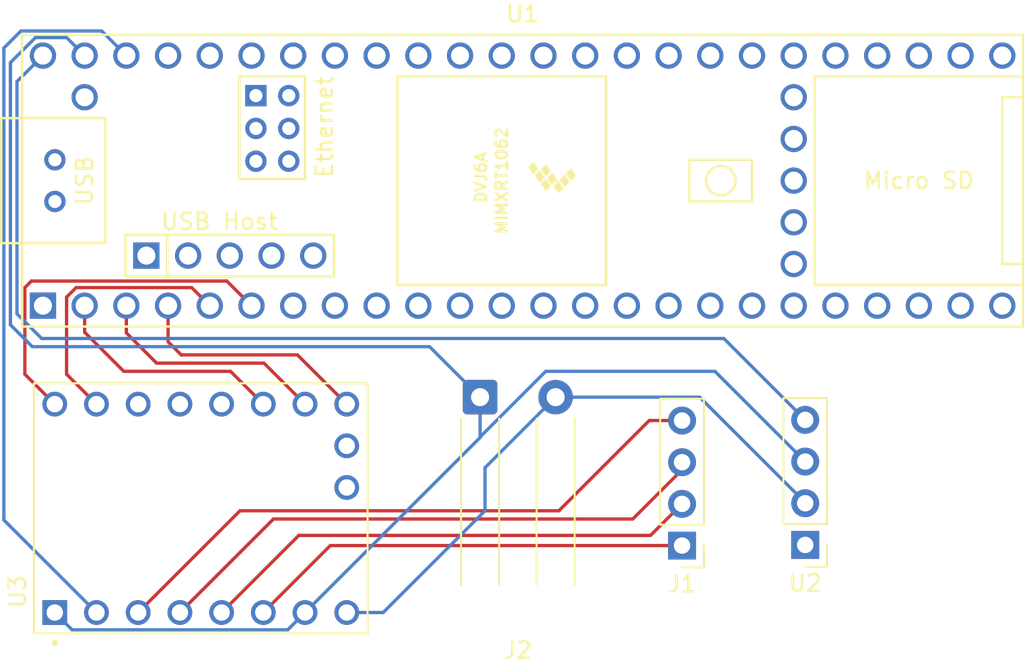
<source format=kicad_pcb>
(kicad_pcb (version 20240108) (generator "pcbnew") (generator_version "8.0")
  (layers (0 "F.Cu" signal) (31 "B.Cu" power) (34 "B.Paste" user) (35 "F.Paste" user) (36 "B.SilkS" user "B.Silkscreen") (37 "F.SilkS" user "F.Silkscreen") (38 "B.Mask" user) (39 "F.Mask" user) (44 "Edge.Cuts" user))
  (net 0 "")
  (net 1 "Net-(J1-Pin_3)")
  (net 11 "Net-(U1-VIN)")
  (net 26 "Net-(U1-3_LRCLK2)")
  (net 43 "Net-(U1-0_RX1_CRX2_CS1)")
  (net 45 "Net-(U1-2_OUT2)")
  (net 48 "Net-(U1-1_TX1_CTX2_MISO1)")
  (net 53 "Net-(U1-4_BCLK2)")
  (net 55 "Net-(U3-VIO)")
  (net 74 "Net-(J2-Pin_2)")
  (net 75 "Net-(J2-Pin_1)")
  (net 76 "Net-(J1-Pin_4)")
  (net 77 "Net-(J1-Pin_1)")
  (net 78 "Net-(J1-Pin_2)")
  (footprint "Connector_Wire:SolderWire-0.5sqmm_1x02_P4.6mm_D0.9mm_OD2.1mm_Relief" (layer "F.Cu") (at 102.7 94.075)
    (property "Reference" "J2" (at 2.3 15.425 0) (layer "F.SilkS"))
    (property "Value" "24V")
    (fp_line (start -1.16 1.31) (end -1.16 11.44) (stroke (width 0.12)) (layer "F.SilkS"))
    (fp_line (start 1.16 1.31) (end 1.16 11.44) (stroke (width 0.12)) (layer "F.SilkS"))
    (fp_line (start 3.44 1.31) (end 3.44 11.44) (stroke (width 0.12)) (layer "F.SilkS"))
    (fp_line (start 5.76 1.31) (end 5.76 11.44) (stroke (width 0.12)) (layer "F.SilkS"))
    (pad "" np_thru_hole circle (at 0 12.6) (size 2 2) (drill 2) (layers "F&B.Cu" "*.Mask"))
    (pad "" np_thru_hole circle (at 4.6 12.6) (size 2 2) (drill 2) (layers "F&B.Cu" "*.Mask"))
    (pad "1" thru_hole roundrect (at 0 0) (size 2.1 2.1) (drill 1.1) (layers "*.Cu" "*.Mask") (roundrect_rratio 0.1190480952) (net 75 "Net-(J2-Pin_1)"))
    (pad "2" thru_hole circle (at 4.6 0) (size 2.1 2.1) (drill 1.1) (layers "*.Cu" "*.Mask") (net 74 "Net-(J2-Pin_2)"))
  )
  (footprint "Connector_PinHeader_2.54mm:PinHeader_1x04_P2.54mm_Vertical" (layer "F.Cu") (at 122.5 103.08 180)
    (property "Reference" "U2" (at 0 -2.33 180) (layer "F.SilkS"))
    (property "Value" "PololuD24V5F5")
    (fp_line (start 1.33 1.27) (end 1.33 8.95) (stroke (width 0.12)) (layer "F.SilkS"))
    (fp_line (start -1.33 8.95) (end 1.33 8.95) (stroke (width 0.12)) (layer "F.SilkS"))
    (fp_line (start -1.33 1.27) (end 1.33 1.27) (stroke (width 0.12)) (layer "F.SilkS"))
    (fp_line (start -1.33 1.27) (end -1.33 8.95) (stroke (width 0.12)) (layer "F.SilkS"))
    (fp_line (start -1.33 0) (end -1.33 -1.33) (stroke (width 0.12)) (layer "F.SilkS"))
    (fp_line (start -1.33 -1.33) (end 0 -1.33) (stroke (width 0.12)) (layer "F.SilkS"))
    (pad "1" thru_hole rect (at 0 0 180) (size 1.7 1.7) (drill 1) (layers "*.Cu" "*.Mask"))
    (pad "2" thru_hole oval (at 0 2.54 180) (size 1.7 1.7) (drill 1) (layers "*.Cu" "*.Mask") (net 74 "Net-(J2-Pin_2)"))
    (pad "3" thru_hole oval (at 0 5.08 180) (size 1.7 1.7) (drill 1) (layers "*.Cu" "*.Mask") (net 75 "Net-(J2-Pin_1)"))
    (pad "4" thru_hole oval (at 0 7.62 180) (size 1.7 1.7) (drill 1) (layers "*.Cu" "*.Mask") (net 11 "Net-(U1-VIN)"))
  )
  (footprint "Connector_PinHeader_2.54mm:PinHeader_1x04_P2.54mm_Vertical" (layer "F.Cu") (at 115 103.12 180)
    (property "Reference" "J1" (at 0 -2.33 180) (layer "F.SilkS"))
    (property "Value" "Output")
    (fp_line (start 1.33 1.27) (end 1.33 8.95) (stroke (width 0.12)) (layer "F.SilkS"))
    (fp_line (start -1.33 8.95) (end 1.33 8.95) (stroke (width 0.12)) (layer "F.SilkS"))
    (fp_line (start -1.33 1.27) (end 1.33 1.27) (stroke (width 0.12)) (layer "F.SilkS"))
    (fp_line (start -1.33 1.27) (end -1.33 8.95) (stroke (width 0.12)) (layer "F.SilkS"))
    (fp_line (start -1.33 0) (end -1.33 -1.33) (stroke (width 0.12)) (layer "F.SilkS"))
    (fp_line (start -1.33 -1.33) (end 0 -1.33) (stroke (width 0.12)) (layer "F.SilkS"))
    (pad "1" thru_hole rect (at 0 0 180) (size 1.7 1.7) (drill 1) (layers "*.Cu" "*.Mask") (net 77 "Net-(J1-Pin_1)"))
    (pad "2" thru_hole oval (at 0 2.54 180) (size 1.7 1.7) (drill 1) (layers "*.Cu" "*.Mask") (net 78 "Net-(J1-Pin_2)"))
    (pad "3" thru_hole oval (at 0 5.08 180) (size 1.7 1.7) (drill 1) (layers "*.Cu" "*.Mask") (net 1 "Net-(J1-Pin_3)"))
    (pad "4" thru_hole oval (at 0 7.62 180) (size 1.7 1.7) (drill 1) (layers "*.Cu" "*.Mask") (net 76 "Net-(J1-Pin_4)"))
  )
  (footprint "Teensy:Teensy41" (layer "F.Cu") (at 105.29 80.88)
    (property "Reference" "U1" (at 0 -10.16 0) (layer "F.SilkS"))
    (property "Value" "Teensy4.1")
    (fp_line (start -31.75 -3.81) (end -30.48 -3.81) (stroke (width 0.15)) (layer "F.SilkS"))
    (fp_line (start -31.75 3.81) (end -31.75 -3.81) (stroke (width 0.15)) (layer "F.SilkS"))
    (fp_line (start -30.48 -8.89) (end 30.48 -8.89) (stroke (width 0.15)) (layer "F.SilkS"))
    (fp_line (start -30.48 3.81) (end -31.75 3.81) (stroke (width 0.15)) (layer "F.SilkS"))
    (fp_line (start -30.48 8.89) (end -30.48 -8.89) (stroke (width 0.15)) (layer "F.SilkS"))
    (fp_line (start -25.4 -3.81) (end -30.48 -3.81) (stroke (width 0.15)) (layer "F.SilkS"))
    (fp_line (start -25.4 3.81) (end -30.48 3.81) (stroke (width 0.15)) (layer "F.SilkS"))
    (fp_line (start -25.4 3.81) (end -25.4 -3.81) (stroke (width 0.15)) (layer "F.SilkS"))
    (fp_line (start -24.1808 3.2992) (end -21.6408 3.2992) (stroke (width 0.15)) (layer "F.SilkS"))
    (fp_line (start -24.1808 3.2992) (end -11.4808 3.2992) (stroke (width 0.15)) (layer "F.SilkS"))
    (fp_line (start -24.1808 5.8392) (end -24.1808 3.2992) (stroke (width 0.15)) (layer "F.SilkS"))
    (fp_line (start -21.6408 3.2992) (end -21.6408 5.8392) (stroke (width 0.15)) (layer "F.SilkS"))
    (fp_line (start -17.25 -6.3516) (end -17.25 -6.1016) (stroke (width 0.15)) (layer "F.SilkS"))
    (fp_line (start -17.25 -6.1016) (end -17.25 -0.1016) (stroke (width 0.15)) (layer "F.SilkS"))
    (fp_line (start -17.25 -0.1016) (end -13.25 -0.1016) (stroke (width 0.15)) (layer "F.SilkS"))
    (fp_line (start -13.25 -6.3516) (end -17.25 -6.3516) (stroke (width 0.15)) (layer "F.SilkS"))
    (fp_line (start -13.25 -0.1016) (end -13.25 -6.3516) (stroke (width 0.15)) (layer "F.SilkS"))
    (fp_line (start -11.4808 3.2992) (end -11.4808 5.8392) (stroke (width 0.15)) (layer "F.SilkS"))
    (fp_line (start -11.4808 5.8392) (end -24.1808 5.8392) (stroke (width 0.15)) (layer "F.SilkS"))
    (fp_line (start -7.62 -6.35) (end -7.62 6.35) (stroke (width 0.15)) (layer "F.SilkS"))
    (fp_line (start -7.62 6.35) (end 5.08 6.35) (stroke (width 0.15)) (layer "F.SilkS"))
    (fp_line (start 5.08 -6.35) (end -7.62 -6.35) (stroke (width 0.15)) (layer "F.SilkS"))
    (fp_line (start 5.08 6.35) (end 5.08 -6.35) (stroke (width 0.15)) (layer "F.SilkS"))
    (fp_line (start 10.16 -1.27) (end 13.97 -1.27) (stroke (width 0.15)) (layer "F.SilkS"))
    (fp_line (start 10.16 1.27) (end 10.16 -1.27) (stroke (width 0.15)) (layer "F.SilkS"))
    (fp_line (start 13.97 -1.27) (end 13.97 1.27) (stroke (width 0.15)) (layer "F.SilkS"))
    (fp_line (start 13.97 1.27) (end 10.16 1.27) (stroke (width 0.15)) (layer "F.SilkS"))
    (fp_line (start 17.78 -6.35) (end 17.78 6.35) (stroke (width 0.15)) (layer "F.SilkS"))
    (fp_line (start 17.78 6.35) (end 30.48 6.35) (stroke (width 0.15)) (layer "F.SilkS"))
    (fp_line (start 29.21 -5.08) (end 29.21 5.08) (stroke (width 0.15)) (layer "F.SilkS"))
    (fp_line (start 29.21 5.08) (end 30.48 5.08) (stroke (width 0.15)) (layer "F.SilkS"))
    (fp_line (start 30.48 -8.89) (end 30.48 8.89) (stroke (width 0.15)) (layer "F.SilkS"))
    (fp_line (start 30.48 -6.35) (end 17.78 -6.35) (stroke (width 0.15)) (layer "F.SilkS"))
    (fp_line (start 30.48 -5.08) (end 29.21 -5.08) (stroke (width 0.15)) (layer "F.SilkS"))
    (fp_line (start 30.48 8.89) (end -30.48 8.89) (stroke (width 0.15)) (layer "F.SilkS"))
    (fp_circle (center 12.065 0) (end 12.7 -0.635) (stroke (width 0.15)) (fill none) (layer "F.SilkS"))
    (fp_poly (pts (xy 0.911 -0.688) (xy 0.657 -0.434) (xy 0.403 -0.815) (xy 0.657 -1.069)) (stroke (width 0.1)) (fill solid) (layer "F.SilkS"))
    (fp_poly (pts (xy 1.292 -0.18) (xy 1.038 0.074) (xy 0.784 -0.307) (xy 1.038 -0.561)) (stroke (width 0.1)) (fill solid) (layer "F.SilkS"))
    (fp_poly (pts (xy 1.673 -0.561) (xy 1.419 -0.307) (xy 1.165 -0.688) (xy 1.419 -0.942)) (stroke (width 0.1)) (fill solid) (layer "F.SilkS"))
    (fp_poly (pts (xy 1.673 0.328) (xy 1.419 0.582) (xy 1.165 0.201) (xy 1.419 -0.053)) (stroke (width 0.1)) (fill solid) (layer "F.SilkS"))
    (fp_poly (pts (xy 2.054 -0.053) (xy 1.8 0.201) (xy 1.546 -0.18) (xy 1.8 -0.434)) (stroke (width 0.1)) (fill solid) (layer "F.SilkS"))
    (fp_poly (pts (xy 2.435 0.455) (xy 2.181 0.709) (xy 1.927 0.328) (xy 2.181 0.074)) (stroke (width 0.1)) (fill solid) (layer "F.SilkS"))
    (fp_poly (pts (xy 2.816 0.074) (xy 2.562 0.328) (xy 2.308 -0.053) (xy 2.562 -0.307)) (stroke (width 0.1)) (fill solid) (layer "F.SilkS"))
    (fp_poly (pts (xy 3.197 -0.307) (xy 2.943 -0.053) (xy 2.689 -0.434) (xy 2.943 -0.688)) (stroke (width 0.1)) (fill solid) (layer "F.SilkS"))
    (fp_text user "Ethernet" (at -12.065 -3.2766 90) (layer "F.SilkS"))
    (fp_text user "Micro SD" (at 24.13 0 0) (layer "F.SilkS"))
    (fp_text user "MIMXRT1062" (at -1.27 0 -90) (layer "F.SilkS") (effects (font (size 0.7 0.7))))
    (fp_text user "DVJ6A" (at -2.54 -0.18 -90) (layer "F.SilkS") (effects (font (size 0.7 0.7))))
    (fp_text user "USB" (at -26.67 0 -90) (layer "F.SilkS"))
    (fp_text user "USB Host" (at -18.4658 2.4892 0) (layer "F.SilkS"))
    (pad "1" thru_hole rect (at -29.21 7.62) (size 1.6 1.6) (drill 1.1) (layers "*.Cu" "*.Mask"))
    (pad "2" thru_hole circle (at -26.67 7.62) (size 1.6 1.6) (drill 1.1) (layers "*.Cu" "*.Mask") (net 43 "Net-(U1-0_RX1_CRX2_CS1)"))
    (pad "3" thru_hole circle (at -24.13 7.62) (size 1.6 1.6) (drill 1.1) (layers "*.Cu" "*.Mask") (net 48 "Net-(U1-1_TX1_CTX2_MISO1)"))
    (pad "4" thru_hole circle (at -21.59 7.62) (size 1.6 1.6) (drill 1.1) (layers "*.Cu" "*.Mask") (net 45 "Net-(U1-2_OUT2)"))
    (pad "5" thru_hole circle (at -19.05 7.62) (size 1.6 1.6) (drill 1.1) (layers "*.Cu" "*.Mask") (net 26 "Net-(U1-3_LRCLK2)"))
    (pad "6" thru_hole circle (at -16.51 7.62) (size 1.6 1.6) (drill 1.1) (layers "*.Cu" "*.Mask") (net 53 "Net-(U1-4_BCLK2)"))
    (pad "7" thru_hole circle (at -13.97 7.62) (size 1.6 1.6) (drill 1.1) (layers "*.Cu" "*.Mask"))
    (pad "8" thru_hole circle (at -11.43 7.62) (size 1.6 1.6) (drill 1.1) (layers "*.Cu" "*.Mask"))
    (pad "9" thru_hole circle (at -8.89 7.62) (size 1.6 1.6) (drill 1.1) (layers "*.Cu" "*.Mask"))
    (pad "10" thru_hole circle (at -6.35 7.62) (size 1.6 1.6) (drill 1.1) (layers "*.Cu" "*.Mask"))
    (pad "11" thru_hole circle (at -3.81 7.62) (size 1.6 1.6) (drill 1.1) (layers "*.Cu" "*.Mask"))
    (pad "12" thru_hole circle (at -1.27 7.62) (size 1.6 1.6) (drill 1.1) (layers "*.Cu" "*.Mask"))
    (pad "13" thru_hole circle (at 1.27 7.62) (size 1.6 1.6) (drill 1.1) (layers "*.Cu" "*.Mask"))
    (pad "14" thru_hole circle (at 3.81 7.62) (size 1.6 1.6) (drill 1.1) (layers "*.Cu" "*.Mask"))
    (pad "15" thru_hole circle (at 6.35 7.62) (size 1.6 1.6) (drill 1.1) (layers "*.Cu" "*.Mask"))
    (pad "16" thru_hole circle (at 8.89 7.62) (size 1.6 1.6) (drill 1.1) (layers "*.Cu" "*.Mask"))
    (pad "17" thru_hole circle (at 11.43 7.62) (size 1.6 1.6) (drill 1.1) (layers "*.Cu" "*.Mask"))
    (pad "18" thru_hole circle (at 13.97 7.62) (size 1.6 1.6) (drill 1.1) (layers "*.Cu" "*.Mask"))
    (pad "19" thru_hole circle (at 16.51 7.62) (size 1.6 1.6) (drill 1.1) (layers "*.Cu" "*.Mask"))
    (pad "20" thru_hole circle (at 19.05 7.62) (size 1.6 1.6) (drill 1.1) (layers "*.Cu" "*.Mask"))
    (pad "21" thru_hole circle (at 21.59 7.62) (size 1.6 1.6) (drill 1.1) (layers "*.Cu" "*.Mask"))
    (pad "22" thru_hole circle (at 24.13 7.62) (size 1.6 1.6) (drill 1.1) (layers "*.Cu" "*.Mask"))
    (pad "23" thru_hole circle (at 26.67 7.62) (size 1.6 1.6) (drill 1.1) (layers "*.Cu" "*.Mask"))
    (pad "24" thru_hole circle (at 29.21 7.62) (size 1.6 1.6) (drill 1.1) (layers "*.Cu" "*.Mask"))
    (pad "25" thru_hole circle (at 29.21 -7.62) (size 1.6 1.6) (drill 1.1) (layers "*.Cu" "*.Mask"))
    (pad "26" thru_hole circle (at 26.67 -7.62) (size 1.6 1.6) (drill 1.1) (layers "*.Cu" "*.Mask"))
    (pad "27" thru_hole circle (at 24.13 -7.62) (size 1.6 1.6) (drill 1.1) (layers "*.Cu" "*.Mask"))
    (pad "28" thru_hole circle (at 21.59 -7.62) (size 1.6 1.6) (drill 1.1) (layers "*.Cu" "*.Mask"))
    (pad "29" thru_hole circle (at 19.05 -7.62) (size 1.6 1.6) (drill 1.1) (layers "*.Cu" "*.Mask"))
    (pad "30" thru_hole circle (at 16.51 -7.62) (size 1.6 1.6) (drill 1.1) (layers "*.Cu" "*.Mask"))
    (pad "31" thru_hole circle (at 13.97 -7.62) (size 1.6 1.6) (drill 1.1) (layers "*.Cu" "*.Mask"))
    (pad "32" thru_hole circle (at 11.43 -7.62) (size 1.6 1.6) (drill 1.1) (layers "*.Cu" "*.Mask"))
    (pad "33" thru_hole circle (at 8.89 -7.62) (size 1.6 1.6) (drill 1.1) (layers "*.Cu" "*.Mask"))
    (pad "34" thru_hole circle (at 6.35 -7.62) (size 1.6 1.6) (drill 1.1) (layers "*.Cu" "*.Mask"))
    (pad "35" thru_hole circle (at 3.81 -7.62) (size 1.6 1.6) (drill 1.1) (layers "*.Cu" "*.Mask"))
    (pad "36" thru_hole circle (at 1.27 -7.62) (size 1.6 1.6) (drill 1.1) (layers "*.Cu" "*.Mask"))
    (pad "37" thru_hole circle (at -1.27 -7.62) (size 1.6 1.6) (drill 1.1) (layers "*.Cu" "*.Mask"))
    (pad "38" thru_hole circle (at -3.81 -7.62) (size 1.6 1.6) (drill 1.1) (layers "*.Cu" "*.Mask"))
    (pad "39" thru_hole circle (at -6.35 -7.62) (size 1.6 1.6) (drill 1.1) (layers "*.Cu" "*.Mask"))
    (pad "40" thru_hole circle (at -8.89 -7.62) (size 1.6 1.6) (drill 1.1) (layers "*.Cu" "*.Mask"))
    (pad "41" thru_hole circle (at -11.43 -7.62) (size 1.6 1.6) (drill 1.1) (layers "*.Cu" "*.Mask"))
    (pad "42" thru_hole circle (at -13.97 -7.62) (size 1.6 1.6) (drill 1.1) (layers "*.Cu" "*.Mask"))
    (pad "43" thru_hole circle (at -16.51 -7.62) (size 1.6 1.6) (drill 1.1) (layers "*.Cu" "*.Mask"))
    (pad "44" thru_hole circle (at -19.05 -7.62) (size 1.6 1.6) (drill 1.1) (layers "*.Cu" "*.Mask"))
    (pad "45" thru_hole circle (at -21.59 -7.62) (size 1.6 1.6) (drill 1.1) (layers "*.Cu" "*.Mask"))
    (pad "46" thru_hole circle (at -24.13 -7.62) (size 1.6 1.6) (drill 1.1) (layers "*.Cu" "*.Mask") (net 55 "Net-(U3-VIO)"))
    (pad "47" thru_hole circle (at -26.67 -7.62) (size 1.6 1.6) (drill 1.1) (layers "*.Cu" "*.Mask") (net 75 "Net-(J2-Pin_1)"))
    (pad "48" thru_hole circle (at -29.21 -7.62) (size 1.6 1.6) (drill 1.1) (layers "*.Cu" "*.Mask") (net 11 "Net-(U1-VIN)"))
    (pad "49" thru_hole circle (at -26.67 -5.08) (size 1.6 1.6) (drill 1.1) (layers "*.Cu" "*.Mask"))
    (pad "50" thru_hole circle (at 16.51 5.08) (size 1.6 1.6) (drill 1.1) (layers "*.Cu" "*.Mask"))
    (pad "51" thru_hole circle (at 16.51 2.54) (size 1.6 1.6) (drill 1.1) (layers "*.Cu" "*.Mask"))
    (pad "52" thru_hole circle (at 16.51 0) (size 1.6 1.6) (drill 1.1) (layers "*.Cu" "*.Mask"))
    (pad "53" thru_hole circle (at 16.51 -2.54) (size 1.6 1.6) (drill 1.1) (layers "*.Cu" "*.Mask"))
    (pad "54" thru_hole circle (at 16.51 -5.08) (size 1.6 1.6) (drill 1.1) (layers "*.Cu" "*.Mask"))
    (pad "55" thru_hole rect (at -22.9108 4.5692) (size 1.6 1.6) (drill 1.1) (layers "*.Cu" "*.Mask"))
    (pad "56" thru_hole circle (at -20.3708 4.5692) (size 1.6 1.6) (drill 1.1) (layers "*.Cu" "*.Mask"))
    (pad "57" thru_hole circle (at -17.8308 4.5692) (size 1.6 1.6) (drill 1.1) (layers "*.Cu" "*.Mask"))
    (pad "58" thru_hole circle (at -15.2908 4.5692) (size 1.6 1.6) (drill 1.1) (layers "*.Cu" "*.Mask"))
    (pad "59" thru_hole circle (at -12.7508 4.5692) (size 1.6 1.6) (drill 1.1) (layers "*.Cu" "*.Mask"))
    (pad "60" thru_hole rect (at -16.24 -5.1816) (size 1.3 1.3) (drill 0.8) (layers "*.Cu" "*.Mask"))
    (pad "61" thru_hole circle (at -16.24 -3.1816) (size 1.3 1.3) (drill 0.8) (layers "*.Cu" "*.Mask"))
    (pad "62" thru_hole circle (at -16.24 -1.1816) (size 1.3 1.3) (drill 0.8) (layers "*.Cu" "*.Mask"))
    (pad "63" thru_hole circle (at -14.24 -1.1816) (size 1.3 1.3) (drill 0.8) (layers "*.Cu" "*.Mask"))
    (pad "64" thru_hole circle (at -14.24 -3.1816) (size 1.3 1.3) (drill 0.8) (layers "*.Cu" "*.Mask"))
    (pad "65" thru_hole circle (at -14.24 -5.1816) (size 1.3 1.3) (drill 0.8) (layers "*.Cu" "*.Mask"))
    (pad "66" thru_hole circle (at -28.48 -1.27) (size 1.3 1.3) (drill 0.8) (layers "*.Cu" "*.Mask"))
    (pad "67" thru_hole circle (at -28.48 1.27) (size 1.3 1.3) (drill 0.8) (layers "*.Cu" "*.Mask"))
  )
  (footprint "Bigtreetech_TMC2209:MODULE_TMC2209_SILENTSTEPSTICK" (layer "F.Cu") (at 85.69 100.85 90)
    (property "Reference" "U3" (at -5.075 -11.155 -90) (layer "F.SilkS"))
    (property "Value" "TMC2209_SILENTSTEPSTICK")
    (fp_line (start 7.62 -10.16) (end 7.62 10.16) (stroke (width 0.127)) (layer "F.SilkS"))
    (fp_line (start -7.62 -10.16) (end 7.62 -10.16) (stroke (width 0.127)) (layer "F.SilkS"))
    (fp_line (start 7.62 10.16) (end -7.62 10.16) (stroke (width 0.127)) (layer "F.SilkS"))
    (fp_line (start -7.62 10.16) (end -7.62 -10.16) (stroke (width 0.127)) (layer "F.SilkS"))
    (fp_circle (center -8.2 -8.89) (end -8.1 -8.89) (stroke (width 0.2)) (fill none) (layer "F.SilkS"))
    (pad "1" thru_hole rect (at -6.35 -8.89 90) (size 1.508 1.508) (drill 1) (layers "*.Cu" "*.Mask") (net 75 "Net-(J2-Pin_1)"))
    (pad "2" thru_hole circle (at -6.35 -6.35 90) (size 1.508 1.508) (drill 1) (layers "*.Cu" "*.Mask") (net 55 "Net-(U3-VIO)"))
    (pad "3" thru_hole circle (at -6.35 -3.81 90) (size 1.508 1.508) (drill 1) (layers "*.Cu" "*.Mask") (net 76 "Net-(J1-Pin_4)"))
    (pad "4" thru_hole circle (at -6.35 -1.27 90) (size 1.508 1.508) (drill 1) (layers "*.Cu" "*.Mask") (net 1 "Net-(J1-Pin_3)"))
    (pad "5" thru_hole circle (at -6.35 1.27 90) (size 1.508 1.508) (drill 1) (layers "*.Cu" "*.Mask") (net 78 "Net-(J1-Pin_2)"))
    (pad "6" thru_hole circle (at -6.35 3.81 90) (size 1.508 1.508) (drill 1) (layers "*.Cu" "*.Mask") (net 77 "Net-(J1-Pin_1)"))
    (pad "7" thru_hole circle (at -6.35 6.35 90) (size 1.508 1.508) (drill 1) (layers "*.Cu" "*.Mask") (net 75 "Net-(J2-Pin_1)"))
    (pad "8" thru_hole circle (at -6.35 8.89 90) (size 1.508 1.508) (drill 1) (layers "*.Cu" "*.Mask") (net 74 "Net-(J2-Pin_2)"))
    (pad "9" thru_hole circle (at 6.35 -8.89 90) (size 1.508 1.508) (drill 1) (layers "*.Cu" "*.Mask") (net 53 "Net-(U1-4_BCLK2)"))
    (pad "10" thru_hole circle (at 6.35 -6.35 90) (size 1.508 1.508) (drill 1) (layers "*.Cu" "*.Mask") (net 26 "Net-(U1-3_LRCLK2)"))
    (pad "11" thru_hole circle (at 6.35 -3.81 90) (size 1.508 1.508) (drill 1) (layers "*.Cu" "*.Mask"))
    (pad "12" thru_hole circle (at 6.35 -1.27 90) (size 1.508 1.508) (drill 1) (layers "*.Cu" "*.Mask"))
    (pad "13" thru_hole circle (at 6.35 1.27 90) (size 1.508 1.508) (drill 1) (layers "*.Cu" "*.Mask"))
    (pad "14" thru_hole circle (at 6.35 3.81 90) (size 1.508 1.508) (drill 1) (layers "*.Cu" "*.Mask") (net 43 "Net-(U1-0_RX1_CRX2_CS1)"))
    (pad "15" thru_hole circle (at 6.35 6.35 90) (size 1.508 1.508) (drill 1) (layers "*.Cu" "*.Mask") (net 48 "Net-(U1-1_TX1_CTX2_MISO1)"))
    (pad "16" thru_hole circle (at 6.35 8.89 90) (size 1.508 1.508) (drill 1) (layers "*.Cu" "*.Mask") (net 45 "Net-(U1-2_OUT2)"))
    (pad "17" thru_hole circle (at 1.27 8.89 90) (size 1.508 1.508) (drill 1) (layers "*.Cu" "*.Mask"))
    (pad "18" thru_hole circle (at 3.81 8.89 90) (size 1.508 1.508) (drill 1) (layers "*.Cu" "*.Mask"))
  )
  (segment (start 112 101.5) (end 90.12 101.5) (width 0.2) (layer "F.Cu") (net 1))
  (segment (start 115 98.5) (end 112 101.5) (width 0.2) (layer "F.Cu") (net 1))
  (segment (start 90.12 101.5) (end 84.42 107.2) (width 0.2) (layer "F.Cu") (net 1))
  (segment (start 115 98.04) (end 115 98.5) (width 0.2) (layer "F.Cu") (net 1))
  (segment (start 74.5 89) (end 76 90.5) (width 0.2) (layer "B.Cu") (net 11))
  (segment (start 117.54 90.5) (end 122.5 95.46) (width 0.2) (layer "B.Cu") (net 11))
  (segment (start 76.08 73.26) (end 74.5 74.84) (width 0.2) (layer "B.Cu") (net 11))
  (segment (start 76 90.5) (end 117.54 90.5) (width 0.2) (layer "B.Cu") (net 11))
  (segment (start 74.5 74.84) (end 74.5 89) (width 0.2) (layer "B.Cu") (net 11))
  (segment (start 85.14 87.4) (end 86.24 88.5) (width 0.2) (layer "F.Cu") (net 26))
  (segment (start 77.52 92.68) (end 77.52 87.98) (width 0.2) (layer "F.Cu") (net 26))
  (segment (start 77.52 87.98) (end 78.1 87.4) (width 0.2) (layer "F.Cu") (net 26))
  (segment (start 79.34 94.5) (end 77.52 92.68) (width 0.2) (layer "F.Cu") (net 26))
  (segment (start 78.1 87.4) (end 85.14 87.4) (width 0.2) (layer "F.Cu") (net 26))
  (segment (start 78.62 88.5) (end 78.62 90.12) (width 0.2) (layer "F.Cu") (net 43))
  (segment (start 87.5 92.5) (end 89.5 94.5) (width 0.2) (layer "F.Cu") (net 43))
  (segment (start 78.62 90.12) (end 81 92.5) (width 0.2) (layer "F.Cu") (net 43))
  (segment (start 81 92.5) (end 87.5 92.5) (width 0.2) (layer "F.Cu") (net 43))
  (segment (start 84.5 91.5) (end 91.58 91.5) (width 0.2) (layer "F.Cu") (net 45))
  (segment (start 83.7 88.5) (end 83.7 90.7) (width 0.2) (layer "F.Cu") (net 45))
  (segment (start 91.58 91.5) (end 94.58 94.5) (width 0.2) (layer "F.Cu") (net 45))
  (segment (start 83.7 90.7) (end 84.5 91.5) (width 0.2) (layer "F.Cu") (net 45))
  (segment (start 89.54 92) (end 92.04 94.5) (width 0.2) (layer "F.Cu") (net 48))
  (segment (start 81.16 88.5) (end 81.16 90.16) (width 0.2) (layer "F.Cu") (net 48))
  (segment (start 83 92) (end 89.54 92) (width 0.2) (layer "F.Cu") (net 48))
  (segment (start 81.16 90.16) (end 83 92) (width 0.2) (layer "F.Cu") (net 48))
  (segment (start 87.28 87) (end 88.78 88.5) (width 0.2) (layer "F.Cu") (net 53))
  (segment (start 74.98 87.4) (end 75.38 87) (width 0.2) (layer "F.Cu") (net 53))
  (segment (start 74.98 92.68) (end 74.98 87.4) (width 0.2) (layer "F.Cu") (net 53))
  (segment (start 76.8 94.5) (end 74.98 92.68) (width 0.2) (layer "F.Cu") (net 53))
  (segment (start 75.38 87) (end 87.28 87) (width 0.2) (layer "F.Cu") (net 53))
  (segment (start 73.7 101.56) (end 79.34 107.2) (width 0.2) (layer "B.Cu") (net 55))
  (segment (start 81.16 73.26) (end 79.66 71.76) (width 0.2) (layer "B.Cu") (net 55))
  (segment (start 79.66 71.76) (end 74.74 71.76) (width 0.2) (layer "B.Cu") (net 55))
  (segment (start 74.74 71.76) (end 73.7 72.8) (width 0.2) (layer "B.Cu") (net 55))
  (segment (start 73.7 72.8) (end 73.7 101.56) (width 0.2) (layer "B.Cu") (net 55))
  (segment (start 103 101) (end 96.8 107.2) (width 0.2) (layer "B.Cu") (net 74))
  (segment (start 122.5 100.235) (end 122.5 100.54) (width 0.2) (layer "B.Cu") (net 74))
  (segment (start 122.5 100.5) (end 122.5 100.54) (width 0.2) (layer "B.Cu") (net 74))
  (segment (start 96.8 107.2) (end 94.58 107.2) (width 0.2) (layer "B.Cu") (net 74))
  (segment (start 103 98.375) (end 103 101) (width 0.2) (layer "B.Cu") (net 74))
  (segment (start 107.3 94.075) (end 116.075 94.075) (width 0.2) (layer "B.Cu") (net 74))
  (segment (start 116.075 94.075) (end 122.5 100.5) (width 0.2) (layer "B.Cu") (net 74))
  (segment (start 107.3 94.075) (end 103 98.375) (width 0.2) (layer "B.Cu") (net 74))
  (segment (start 106.7 92.5) (end 117 92.5) (width 0.2) (layer "B.Cu") (net 75))
  (segment (start 99.625 91) (end 75.434315 91) (width 0.2) (layer "B.Cu") (net 75))
  (segment (start 117 92.5) (end 122.5 98) (width 0.2) (layer "B.Cu") (net 75))
  (segment (start 102.7 96.54) (end 92.04 107.2) (width 0.2) (layer "B.Cu") (net 75))
  (segment (start 102.7 96.5) (end 102.7 96.54) (width 0.2) (layer "B.Cu") (net 75))
  (segment (start 77.52 72.16) (end 78.62 73.26) (width 0.2) (layer "B.Cu") (net 75))
  (segment (start 75.434315 91) (end 74.1 89.665685) (width 0.2) (layer "B.Cu") (net 75))
  (segment (start 77.854 108.254) (end 90.986 108.254) (width 0.2) (layer "B.Cu") (net 75))
  (segment (start 102.7 94.075) (end 102.7 96.5) (width 0.2) (layer "B.Cu") (net 75))
  (segment (start 75.624365 72.16) (end 77.52 72.16) (width 0.2) (layer "B.Cu") (net 75))
  (segment (start 74.1 89.665685) (end 74.1 73.684365) (width 0.2) (layer "B.Cu") (net 75))
  (segment (start 102.7 94.075) (end 99.625 91) (width 0.2) (layer "B.Cu") (net 75))
  (segment (start 74.1 73.684365) (end 75.624365 72.16) (width 0.2) (layer "B.Cu") (net 75))
  (segment (start 90.986 108.254) (end 92.04 107.2) (width 0.2) (layer "B.Cu") (net 75))
  (segment (start 76.8 107.2) (end 77.854 108.254) (width 0.2) (layer "B.Cu") (net 75))
  (segment (start 102.7 96.5) (end 106.7 92.5) (width 0.2) (layer "B.Cu") (net 75))
  (segment (start 107.5 101) (end 88.08 101) (width 0.2) (layer "F.Cu") (net 76))
  (segment (start 115 95.5) (end 113 95.5) (width 0.2) (layer "F.Cu") (net 76))
  (segment (start 88.08 101) (end 81.88 107.2) (width 0.2) (layer "F.Cu") (net 76))
  (segment (start 113 95.5) (end 107.5 101) (width 0.2) (layer "F.Cu") (net 76))
  (segment (start 115 103.12) (end 93.58 103.12) (width 0.2) (layer "F.Cu") (net 77))
  (segment (start 93.58 103.12) (end 89.5 107.2) (width 0.2) (layer "F.Cu") (net 77))
  (segment (start 115 100.58) (end 113.08 102.5) (width 0.2) (layer "F.Cu") (net 78))
  (segment (start 113.08 102.5) (end 91.66 102.5) (width 0.2) (layer "F.Cu") (net 78))
  (segment (start 91.66 102.5) (end 86.96 107.2) (width 0.2) (layer "F.Cu") (net 78))
)
</source>
